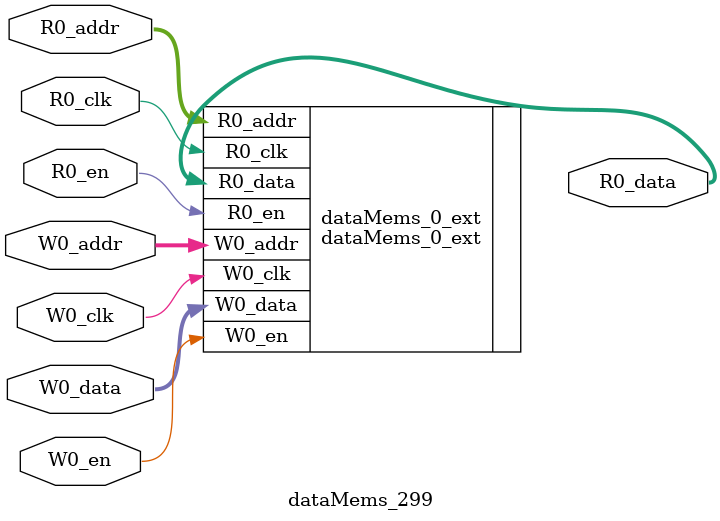
<source format=sv>
`ifndef RANDOMIZE
  `ifdef RANDOMIZE_REG_INIT
    `define RANDOMIZE
  `endif // RANDOMIZE_REG_INIT
`endif // not def RANDOMIZE
`ifndef RANDOMIZE
  `ifdef RANDOMIZE_MEM_INIT
    `define RANDOMIZE
  `endif // RANDOMIZE_MEM_INIT
`endif // not def RANDOMIZE

`ifndef RANDOM
  `define RANDOM $random
`endif // not def RANDOM

// Users can define 'PRINTF_COND' to add an extra gate to prints.
`ifndef PRINTF_COND_
  `ifdef PRINTF_COND
    `define PRINTF_COND_ (`PRINTF_COND)
  `else  // PRINTF_COND
    `define PRINTF_COND_ 1
  `endif // PRINTF_COND
`endif // not def PRINTF_COND_

// Users can define 'ASSERT_VERBOSE_COND' to add an extra gate to assert error printing.
`ifndef ASSERT_VERBOSE_COND_
  `ifdef ASSERT_VERBOSE_COND
    `define ASSERT_VERBOSE_COND_ (`ASSERT_VERBOSE_COND)
  `else  // ASSERT_VERBOSE_COND
    `define ASSERT_VERBOSE_COND_ 1
  `endif // ASSERT_VERBOSE_COND
`endif // not def ASSERT_VERBOSE_COND_

// Users can define 'STOP_COND' to add an extra gate to stop conditions.
`ifndef STOP_COND_
  `ifdef STOP_COND
    `define STOP_COND_ (`STOP_COND)
  `else  // STOP_COND
    `define STOP_COND_ 1
  `endif // STOP_COND
`endif // not def STOP_COND_

// Users can define INIT_RANDOM as general code that gets injected into the
// initializer block for modules with registers.
`ifndef INIT_RANDOM
  `define INIT_RANDOM
`endif // not def INIT_RANDOM

// If using random initialization, you can also define RANDOMIZE_DELAY to
// customize the delay used, otherwise 0.002 is used.
`ifndef RANDOMIZE_DELAY
  `define RANDOMIZE_DELAY 0.002
`endif // not def RANDOMIZE_DELAY

// Define INIT_RANDOM_PROLOG_ for use in our modules below.
`ifndef INIT_RANDOM_PROLOG_
  `ifdef RANDOMIZE
    `ifdef VERILATOR
      `define INIT_RANDOM_PROLOG_ `INIT_RANDOM
    `else  // VERILATOR
      `define INIT_RANDOM_PROLOG_ `INIT_RANDOM #`RANDOMIZE_DELAY begin end
    `endif // VERILATOR
  `else  // RANDOMIZE
    `define INIT_RANDOM_PROLOG_
  `endif // RANDOMIZE
`endif // not def INIT_RANDOM_PROLOG_

// Include register initializers in init blocks unless synthesis is set
`ifndef SYNTHESIS
  `ifndef ENABLE_INITIAL_REG_
    `define ENABLE_INITIAL_REG_
  `endif // not def ENABLE_INITIAL_REG_
`endif // not def SYNTHESIS

// Include rmemory initializers in init blocks unless synthesis is set
`ifndef SYNTHESIS
  `ifndef ENABLE_INITIAL_MEM_
    `define ENABLE_INITIAL_MEM_
  `endif // not def ENABLE_INITIAL_MEM_
`endif // not def SYNTHESIS

module dataMems_299(	// @[generators/ara/src/main/scala/UnsafeAXI4ToTL.scala:365:62]
  input  [4:0]  R0_addr,
  input         R0_en,
  input         R0_clk,
  output [66:0] R0_data,
  input  [4:0]  W0_addr,
  input         W0_en,
  input         W0_clk,
  input  [66:0] W0_data
);

  dataMems_0_ext dataMems_0_ext (	// @[generators/ara/src/main/scala/UnsafeAXI4ToTL.scala:365:62]
    .R0_addr (R0_addr),
    .R0_en   (R0_en),
    .R0_clk  (R0_clk),
    .R0_data (R0_data),
    .W0_addr (W0_addr),
    .W0_en   (W0_en),
    .W0_clk  (W0_clk),
    .W0_data (W0_data)
  );
endmodule


</source>
